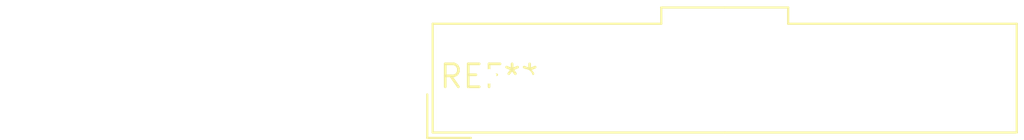
<source format=kicad_pcb>
(kicad_pcb (version 20240108) (generator pcbnew)
  (layers (0 "F.Cu" signal) (31 "B.Cu" signal) (34 "B.Paste" user) (35 "F.Paste" user) (36 "B.SilkS" user "B.Silkscreen") (37 "F.SilkS" user "F.Silkscreen") (38 "B.Mask" user) (39 "F.Mask" user) (44 "Edge.Cuts" user))
  (net 0 "")
  (footprint "Molex_MicroClasp_55932-1430_1x14_P2.00mm_Vertical" (layer "F.Cu") (at 0 0)
    (property "Reference" "REF**")
    (property "Value" "Molex_MicroClasp_55932-1430_1x14_P2.00mm_Vertical")
    (fp_line (start -3.41 1) (end -3.41 3.41) (layer "F.SilkS") (stroke (width 0.12)))
    (fp_line (start -3.41 3.41) (end -1 3.41) (layer "F.SilkS") (stroke (width 0.12)))
    (fp_line (start -3.11 -2.91) (end -3.11 3.11) (layer "F.SilkS") (stroke (width 0.12)))
    (fp_line (start -3.11 3.11) (end 13 3.11) (layer "F.SilkS") (stroke (width 0.12)))
    (fp_line (start 9.5 -3.81) (end 9.5 -2.91) (layer "F.SilkS") (stroke (width 0.12)))
    (fp_line (start 9.5 -2.91) (end -3.11 -2.91) (layer "F.SilkS") (stroke (width 0.12)))
    (fp_line (start 13 -3.81) (end 9.5 -3.81) (layer "F.SilkS") (stroke (width 0.12)))
    (fp_line (start 13 -3.81) (end 16.5 -3.81) (layer "F.SilkS") (stroke (width 0.12)))
    (fp_line (start 16.5 -3.81) (end 16.5 -2.91) (layer "F.SilkS") (stroke (width 0.12)))
    (fp_line (start 16.5 -2.91) (end 29.11 -2.91) (layer "F.SilkS") (stroke (width 0.12)))
    (fp_line (start 29.11 -2.91) (end 29.11 3.11) (layer "F.SilkS") (stroke (width 0.12)))
    (fp_line (start 29.11 3.11) (end 13 3.11) (layer "F.SilkS") (stroke (width 0.12)))
    (pad "1" thru_hole roundrect (at 0 0) (size 1.2 1.8) (drill 0.8) (layers *.Cu *.Mask) (remove_unused_layers) (roundrect_rratio 0.208333))
    (pad "2" thru_hole oval (at 2 0) (size 1.2 1.8) (drill 0.8) (layers *.Cu *.Mask) (remove_unused_layers))
    (pad "3" thru_hole oval (at 4 0) (size 1.2 1.8) (drill 0.8) (layers *.Cu *.Mask) (remove_unused_layers))
    (pad "4" thru_hole oval (at 6 0) (size 1.2 1.8) (drill 0.8) (layers *.Cu *.Mask) (remove_unused_layers))
    (pad "5" thru_hole oval (at 8 0) (size 1.2 1.8) (drill 0.8) (layers *.Cu *.Mask) (remove_unused_layers))
    (pad "6" thru_hole oval (at 10 0) (size 1.2 1.8) (drill 0.8) (layers *.Cu *.Mask) (remove_unused_layers))
    (pad "7" thru_hole oval (at 12 0) (size 1.2 1.8) (drill 0.8) (layers *.Cu *.Mask) (remove_unused_layers))
    (pad "8" thru_hole oval (at 14 0) (size 1.2 1.8) (drill 0.8) (layers *.Cu *.Mask) (remove_unused_layers))
    (pad "9" thru_hole oval (at 16 0) (size 1.2 1.8) (drill 0.8) (layers *.Cu *.Mask) (remove_unused_layers))
    (pad "10" thru_hole oval (at 18 0) (size 1.2 1.8) (drill 0.8) (layers *.Cu *.Mask) (remove_unused_layers))
    (pad "11" thru_hole oval (at 20 0) (size 1.2 1.8) (drill 0.8) (layers *.Cu *.Mask) (remove_unused_layers))
    (pad "12" thru_hole oval (at 22 0) (size 1.2 1.8) (drill 0.8) (layers *.Cu *.Mask) (remove_unused_layers))
    (pad "13" thru_hole oval (at 24 0) (size 1.2 1.8) (drill 0.8) (layers *.Cu *.Mask) (remove_unused_layers))
    (pad "14" thru_hole oval (at 26 0) (size 1.2 1.8) (drill 0.8) (layers *.Cu *.Mask) (remove_unused_layers))
  )
)
</source>
